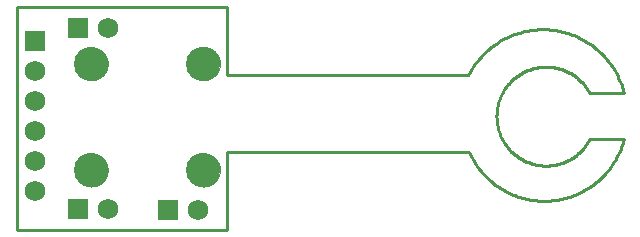
<source format=gbs>
G75*
%MOIN*%
%OFA0B0*%
%FSLAX25Y25*%
%IPPOS*%
%LPD*%
%AMOC8*
5,1,8,0,0,1.08239X$1,22.5*
%
%ADD10C,0.01000*%
%ADD11C,0.00000*%
%ADD12C,0.11424*%
%ADD13R,0.06900X0.06900*%
%ADD14C,0.06900*%
D10*
X0061453Y0072391D02*
X0061453Y0146682D01*
X0131532Y0146682D01*
X0131532Y0123847D01*
X0211847Y0123847D01*
X0211846Y0123847D02*
X0212158Y0124451D01*
X0212484Y0125047D01*
X0212825Y0125635D01*
X0213179Y0126214D01*
X0213548Y0126785D01*
X0213931Y0127346D01*
X0214327Y0127898D01*
X0214737Y0128440D01*
X0215159Y0128972D01*
X0215595Y0129494D01*
X0216043Y0130004D01*
X0216504Y0130504D01*
X0216976Y0130992D01*
X0217460Y0131469D01*
X0217956Y0131933D01*
X0218463Y0132386D01*
X0218981Y0132826D01*
X0219509Y0133253D01*
X0220048Y0133667D01*
X0220597Y0134068D01*
X0221155Y0134455D01*
X0221722Y0134828D01*
X0222299Y0135188D01*
X0222884Y0135533D01*
X0223477Y0135865D01*
X0224078Y0136181D01*
X0224687Y0136483D01*
X0225303Y0136770D01*
X0225926Y0137041D01*
X0226555Y0137298D01*
X0227190Y0137539D01*
X0227831Y0137764D01*
X0228477Y0137974D01*
X0229128Y0138168D01*
X0229784Y0138346D01*
X0230444Y0138508D01*
X0231108Y0138653D01*
X0231775Y0138783D01*
X0232445Y0138896D01*
X0233117Y0138993D01*
X0233792Y0139073D01*
X0234468Y0139137D01*
X0235146Y0139185D01*
X0235825Y0139216D01*
X0236504Y0139230D01*
X0237183Y0139228D01*
X0237863Y0139209D01*
X0238541Y0139173D01*
X0239218Y0139121D01*
X0239894Y0139053D01*
X0240569Y0138968D01*
X0241240Y0138867D01*
X0241910Y0138749D01*
X0242576Y0138615D01*
X0243238Y0138465D01*
X0243897Y0138298D01*
X0244551Y0138116D01*
X0245201Y0137918D01*
X0245846Y0137704D01*
X0246486Y0137474D01*
X0247119Y0137229D01*
X0247747Y0136968D01*
X0248368Y0136692D01*
X0248981Y0136401D01*
X0249588Y0136095D01*
X0250187Y0135775D01*
X0250778Y0135440D01*
X0251361Y0135090D01*
X0251935Y0134727D01*
X0252500Y0134349D01*
X0253056Y0133958D01*
X0253602Y0133554D01*
X0254137Y0133136D01*
X0254663Y0132706D01*
X0255178Y0132262D01*
X0255682Y0131806D01*
X0256174Y0131339D01*
X0256655Y0130859D01*
X0257125Y0130367D01*
X0257582Y0129865D01*
X0258026Y0129351D01*
X0258458Y0128827D01*
X0258877Y0128292D01*
X0259283Y0127747D01*
X0259676Y0127192D01*
X0260055Y0126628D01*
X0260420Y0126055D01*
X0260771Y0125474D01*
X0261107Y0124883D01*
X0261429Y0124285D01*
X0261737Y0123679D01*
X0262029Y0123066D01*
X0262307Y0122446D01*
X0262569Y0121819D01*
X0262816Y0121186D01*
X0263048Y0120547D01*
X0263263Y0119903D01*
X0263463Y0119254D01*
X0263647Y0118600D01*
X0263815Y0117941D01*
X0263816Y0117942D02*
X0252398Y0117942D01*
X0252205Y0118296D01*
X0252005Y0118646D01*
X0251795Y0118990D01*
X0251577Y0119330D01*
X0251351Y0119663D01*
X0251117Y0119992D01*
X0250875Y0120314D01*
X0250625Y0120630D01*
X0250367Y0120940D01*
X0250102Y0121244D01*
X0249830Y0121541D01*
X0249550Y0121832D01*
X0249264Y0122115D01*
X0248970Y0122391D01*
X0248670Y0122661D01*
X0248363Y0122922D01*
X0248050Y0123176D01*
X0247731Y0123423D01*
X0247406Y0123661D01*
X0247075Y0123891D01*
X0246739Y0124114D01*
X0246397Y0124328D01*
X0246050Y0124533D01*
X0245698Y0124730D01*
X0245342Y0124918D01*
X0244981Y0125098D01*
X0244616Y0125268D01*
X0244246Y0125430D01*
X0243873Y0125582D01*
X0243496Y0125726D01*
X0243116Y0125860D01*
X0242733Y0125985D01*
X0242346Y0126100D01*
X0241957Y0126206D01*
X0241566Y0126302D01*
X0241172Y0126388D01*
X0240776Y0126465D01*
X0240379Y0126533D01*
X0239980Y0126590D01*
X0239579Y0126638D01*
X0239178Y0126676D01*
X0238776Y0126704D01*
X0238373Y0126722D01*
X0237970Y0126730D01*
X0237567Y0126729D01*
X0237164Y0126717D01*
X0236761Y0126696D01*
X0236359Y0126665D01*
X0235958Y0126624D01*
X0235558Y0126573D01*
X0235160Y0126513D01*
X0234763Y0126443D01*
X0234368Y0126363D01*
X0233975Y0126273D01*
X0233584Y0126174D01*
X0233196Y0126065D01*
X0232810Y0125947D01*
X0232428Y0125819D01*
X0232049Y0125682D01*
X0231673Y0125536D01*
X0231301Y0125381D01*
X0230933Y0125216D01*
X0230569Y0125043D01*
X0230209Y0124861D01*
X0229854Y0124670D01*
X0229504Y0124470D01*
X0229159Y0124262D01*
X0228819Y0124046D01*
X0228484Y0123821D01*
X0228155Y0123588D01*
X0227832Y0123347D01*
X0227514Y0123098D01*
X0227203Y0122842D01*
X0226898Y0122578D01*
X0226600Y0122307D01*
X0226309Y0122028D01*
X0226024Y0121742D01*
X0225747Y0121450D01*
X0225477Y0121151D01*
X0225214Y0120845D01*
X0224959Y0120533D01*
X0224711Y0120215D01*
X0224471Y0119891D01*
X0224240Y0119561D01*
X0224016Y0119225D01*
X0223801Y0118884D01*
X0223594Y0118538D01*
X0223396Y0118187D01*
X0223206Y0117831D01*
X0223026Y0117471D01*
X0222854Y0117106D01*
X0222691Y0116738D01*
X0222537Y0116365D01*
X0222392Y0115989D01*
X0222256Y0115609D01*
X0222130Y0115226D01*
X0222013Y0114840D01*
X0221906Y0114452D01*
X0221808Y0114061D01*
X0221720Y0113667D01*
X0221642Y0113272D01*
X0221573Y0112874D01*
X0221514Y0112476D01*
X0221465Y0112076D01*
X0221425Y0111674D01*
X0221396Y0111272D01*
X0221376Y0110870D01*
X0221366Y0110467D01*
X0221366Y0110063D01*
X0221376Y0109660D01*
X0221396Y0109258D01*
X0221425Y0108856D01*
X0221465Y0108454D01*
X0221514Y0108054D01*
X0221573Y0107656D01*
X0221642Y0107258D01*
X0221720Y0106863D01*
X0221808Y0106469D01*
X0221906Y0106078D01*
X0222013Y0105690D01*
X0222130Y0105304D01*
X0222256Y0104921D01*
X0222392Y0104541D01*
X0222537Y0104165D01*
X0222691Y0103792D01*
X0222854Y0103424D01*
X0223026Y0103059D01*
X0223206Y0102699D01*
X0223396Y0102343D01*
X0223594Y0101992D01*
X0223801Y0101646D01*
X0224016Y0101305D01*
X0224240Y0100969D01*
X0224471Y0100639D01*
X0224711Y0100315D01*
X0224959Y0099997D01*
X0225214Y0099685D01*
X0225477Y0099379D01*
X0225747Y0099080D01*
X0226024Y0098788D01*
X0226309Y0098502D01*
X0226600Y0098223D01*
X0226898Y0097952D01*
X0227203Y0097688D01*
X0227514Y0097432D01*
X0227832Y0097183D01*
X0228155Y0096942D01*
X0228484Y0096709D01*
X0228819Y0096484D01*
X0229159Y0096268D01*
X0229504Y0096060D01*
X0229854Y0095860D01*
X0230209Y0095669D01*
X0230569Y0095487D01*
X0230933Y0095314D01*
X0231301Y0095149D01*
X0231673Y0094994D01*
X0232049Y0094848D01*
X0232428Y0094711D01*
X0232810Y0094583D01*
X0233196Y0094465D01*
X0233584Y0094356D01*
X0233975Y0094257D01*
X0234368Y0094167D01*
X0234763Y0094087D01*
X0235160Y0094017D01*
X0235558Y0093957D01*
X0235958Y0093906D01*
X0236359Y0093865D01*
X0236761Y0093834D01*
X0237164Y0093813D01*
X0237567Y0093801D01*
X0237970Y0093800D01*
X0238373Y0093808D01*
X0238776Y0093826D01*
X0239178Y0093854D01*
X0239579Y0093892D01*
X0239980Y0093940D01*
X0240379Y0093997D01*
X0240776Y0094065D01*
X0241172Y0094142D01*
X0241566Y0094228D01*
X0241957Y0094324D01*
X0242346Y0094430D01*
X0242733Y0094545D01*
X0243116Y0094670D01*
X0243496Y0094804D01*
X0243873Y0094948D01*
X0244246Y0095100D01*
X0244616Y0095262D01*
X0244981Y0095432D01*
X0245342Y0095612D01*
X0245698Y0095800D01*
X0246050Y0095997D01*
X0246397Y0096202D01*
X0246739Y0096416D01*
X0247075Y0096639D01*
X0247406Y0096869D01*
X0247731Y0097107D01*
X0248050Y0097354D01*
X0248363Y0097608D01*
X0248670Y0097869D01*
X0248970Y0098139D01*
X0249264Y0098415D01*
X0249550Y0098698D01*
X0249830Y0098989D01*
X0250102Y0099286D01*
X0250367Y0099590D01*
X0250625Y0099900D01*
X0250875Y0100216D01*
X0251117Y0100538D01*
X0251351Y0100867D01*
X0251577Y0101200D01*
X0251795Y0101540D01*
X0252005Y0101884D01*
X0252205Y0102234D01*
X0252398Y0102588D01*
X0252398Y0102548D02*
X0263737Y0102587D01*
X0263815Y0102587D02*
X0263639Y0101941D01*
X0263447Y0101299D01*
X0263239Y0100663D01*
X0263016Y0100031D01*
X0262778Y0099405D01*
X0262524Y0098786D01*
X0262256Y0098172D01*
X0261972Y0097566D01*
X0261674Y0096966D01*
X0261361Y0096374D01*
X0261034Y0095790D01*
X0260693Y0095214D01*
X0260337Y0094646D01*
X0259968Y0094087D01*
X0259586Y0093538D01*
X0259190Y0092998D01*
X0258781Y0092467D01*
X0258359Y0091947D01*
X0257925Y0091438D01*
X0257478Y0090939D01*
X0257019Y0090451D01*
X0256549Y0089974D01*
X0256067Y0089509D01*
X0255574Y0089056D01*
X0255070Y0088616D01*
X0254555Y0088187D01*
X0254030Y0087771D01*
X0253495Y0087369D01*
X0252950Y0086979D01*
X0252396Y0086603D01*
X0251833Y0086240D01*
X0251262Y0085892D01*
X0250682Y0085557D01*
X0250094Y0085237D01*
X0249498Y0084931D01*
X0248895Y0084640D01*
X0248285Y0084363D01*
X0247669Y0084102D01*
X0247046Y0083855D01*
X0246417Y0083624D01*
X0245783Y0083409D01*
X0245144Y0083208D01*
X0244501Y0083024D01*
X0243853Y0082855D01*
X0243201Y0082702D01*
X0242545Y0082566D01*
X0241886Y0082445D01*
X0241225Y0082340D01*
X0240561Y0082252D01*
X0239896Y0082179D01*
X0239228Y0082123D01*
X0238560Y0082083D01*
X0237891Y0082060D01*
X0237221Y0082053D01*
X0236551Y0082062D01*
X0235882Y0082088D01*
X0235214Y0082130D01*
X0234547Y0082188D01*
X0233881Y0082263D01*
X0233218Y0082354D01*
X0232557Y0082460D01*
X0231899Y0082583D01*
X0231244Y0082723D01*
X0230592Y0082878D01*
X0229945Y0083048D01*
X0229302Y0083235D01*
X0228663Y0083437D01*
X0228030Y0083655D01*
X0227402Y0083888D01*
X0226780Y0084137D01*
X0226165Y0084400D01*
X0225556Y0084679D01*
X0224954Y0084972D01*
X0224359Y0085280D01*
X0223772Y0085602D01*
X0223193Y0085939D01*
X0222623Y0086289D01*
X0222061Y0086654D01*
X0221508Y0087032D01*
X0220965Y0087423D01*
X0220431Y0087828D01*
X0219908Y0088245D01*
X0219394Y0088675D01*
X0218892Y0089118D01*
X0218400Y0089572D01*
X0217920Y0090039D01*
X0217451Y0090517D01*
X0216994Y0091006D01*
X0216549Y0091507D01*
X0216116Y0092018D01*
X0215696Y0092540D01*
X0215289Y0093071D01*
X0214895Y0093613D01*
X0214514Y0094163D01*
X0214147Y0094723D01*
X0213794Y0095292D01*
X0213454Y0095870D01*
X0213129Y0096455D01*
X0212818Y0097048D01*
X0212522Y0097649D01*
X0212240Y0098256D01*
X0211847Y0098257D02*
X0131532Y0098257D01*
X0131532Y0072391D01*
X0061453Y0072391D01*
D11*
X0080745Y0092351D02*
X0080747Y0092499D01*
X0080753Y0092647D01*
X0080763Y0092795D01*
X0080777Y0092942D01*
X0080795Y0093089D01*
X0080816Y0093235D01*
X0080842Y0093381D01*
X0080872Y0093526D01*
X0080905Y0093670D01*
X0080943Y0093813D01*
X0080984Y0093955D01*
X0081029Y0094096D01*
X0081077Y0094236D01*
X0081130Y0094375D01*
X0081186Y0094512D01*
X0081246Y0094647D01*
X0081309Y0094781D01*
X0081376Y0094913D01*
X0081447Y0095043D01*
X0081521Y0095171D01*
X0081598Y0095297D01*
X0081679Y0095421D01*
X0081763Y0095543D01*
X0081850Y0095662D01*
X0081941Y0095779D01*
X0082035Y0095894D01*
X0082131Y0096006D01*
X0082231Y0096116D01*
X0082333Y0096222D01*
X0082439Y0096326D01*
X0082547Y0096427D01*
X0082658Y0096525D01*
X0082771Y0096621D01*
X0082887Y0096713D01*
X0083005Y0096802D01*
X0083126Y0096887D01*
X0083249Y0096970D01*
X0083374Y0097049D01*
X0083501Y0097125D01*
X0083630Y0097197D01*
X0083761Y0097266D01*
X0083894Y0097331D01*
X0084029Y0097392D01*
X0084165Y0097450D01*
X0084302Y0097505D01*
X0084441Y0097555D01*
X0084582Y0097602D01*
X0084723Y0097645D01*
X0084866Y0097685D01*
X0085010Y0097720D01*
X0085154Y0097752D01*
X0085300Y0097779D01*
X0085446Y0097803D01*
X0085593Y0097823D01*
X0085740Y0097839D01*
X0085887Y0097851D01*
X0086035Y0097859D01*
X0086183Y0097863D01*
X0086331Y0097863D01*
X0086479Y0097859D01*
X0086627Y0097851D01*
X0086774Y0097839D01*
X0086921Y0097823D01*
X0087068Y0097803D01*
X0087214Y0097779D01*
X0087360Y0097752D01*
X0087504Y0097720D01*
X0087648Y0097685D01*
X0087791Y0097645D01*
X0087932Y0097602D01*
X0088073Y0097555D01*
X0088212Y0097505D01*
X0088349Y0097450D01*
X0088485Y0097392D01*
X0088620Y0097331D01*
X0088753Y0097266D01*
X0088884Y0097197D01*
X0089013Y0097125D01*
X0089140Y0097049D01*
X0089265Y0096970D01*
X0089388Y0096887D01*
X0089509Y0096802D01*
X0089627Y0096713D01*
X0089743Y0096621D01*
X0089856Y0096525D01*
X0089967Y0096427D01*
X0090075Y0096326D01*
X0090181Y0096222D01*
X0090283Y0096116D01*
X0090383Y0096006D01*
X0090479Y0095894D01*
X0090573Y0095779D01*
X0090664Y0095662D01*
X0090751Y0095543D01*
X0090835Y0095421D01*
X0090916Y0095297D01*
X0090993Y0095171D01*
X0091067Y0095043D01*
X0091138Y0094913D01*
X0091205Y0094781D01*
X0091268Y0094647D01*
X0091328Y0094512D01*
X0091384Y0094375D01*
X0091437Y0094236D01*
X0091485Y0094096D01*
X0091530Y0093955D01*
X0091571Y0093813D01*
X0091609Y0093670D01*
X0091642Y0093526D01*
X0091672Y0093381D01*
X0091698Y0093235D01*
X0091719Y0093089D01*
X0091737Y0092942D01*
X0091751Y0092795D01*
X0091761Y0092647D01*
X0091767Y0092499D01*
X0091769Y0092351D01*
X0091767Y0092203D01*
X0091761Y0092055D01*
X0091751Y0091907D01*
X0091737Y0091760D01*
X0091719Y0091613D01*
X0091698Y0091467D01*
X0091672Y0091321D01*
X0091642Y0091176D01*
X0091609Y0091032D01*
X0091571Y0090889D01*
X0091530Y0090747D01*
X0091485Y0090606D01*
X0091437Y0090466D01*
X0091384Y0090327D01*
X0091328Y0090190D01*
X0091268Y0090055D01*
X0091205Y0089921D01*
X0091138Y0089789D01*
X0091067Y0089659D01*
X0090993Y0089531D01*
X0090916Y0089405D01*
X0090835Y0089281D01*
X0090751Y0089159D01*
X0090664Y0089040D01*
X0090573Y0088923D01*
X0090479Y0088808D01*
X0090383Y0088696D01*
X0090283Y0088586D01*
X0090181Y0088480D01*
X0090075Y0088376D01*
X0089967Y0088275D01*
X0089856Y0088177D01*
X0089743Y0088081D01*
X0089627Y0087989D01*
X0089509Y0087900D01*
X0089388Y0087815D01*
X0089265Y0087732D01*
X0089140Y0087653D01*
X0089013Y0087577D01*
X0088884Y0087505D01*
X0088753Y0087436D01*
X0088620Y0087371D01*
X0088485Y0087310D01*
X0088349Y0087252D01*
X0088212Y0087197D01*
X0088073Y0087147D01*
X0087932Y0087100D01*
X0087791Y0087057D01*
X0087648Y0087017D01*
X0087504Y0086982D01*
X0087360Y0086950D01*
X0087214Y0086923D01*
X0087068Y0086899D01*
X0086921Y0086879D01*
X0086774Y0086863D01*
X0086627Y0086851D01*
X0086479Y0086843D01*
X0086331Y0086839D01*
X0086183Y0086839D01*
X0086035Y0086843D01*
X0085887Y0086851D01*
X0085740Y0086863D01*
X0085593Y0086879D01*
X0085446Y0086899D01*
X0085300Y0086923D01*
X0085154Y0086950D01*
X0085010Y0086982D01*
X0084866Y0087017D01*
X0084723Y0087057D01*
X0084582Y0087100D01*
X0084441Y0087147D01*
X0084302Y0087197D01*
X0084165Y0087252D01*
X0084029Y0087310D01*
X0083894Y0087371D01*
X0083761Y0087436D01*
X0083630Y0087505D01*
X0083501Y0087577D01*
X0083374Y0087653D01*
X0083249Y0087732D01*
X0083126Y0087815D01*
X0083005Y0087900D01*
X0082887Y0087989D01*
X0082771Y0088081D01*
X0082658Y0088177D01*
X0082547Y0088275D01*
X0082439Y0088376D01*
X0082333Y0088480D01*
X0082231Y0088586D01*
X0082131Y0088696D01*
X0082035Y0088808D01*
X0081941Y0088923D01*
X0081850Y0089040D01*
X0081763Y0089159D01*
X0081679Y0089281D01*
X0081598Y0089405D01*
X0081521Y0089531D01*
X0081447Y0089659D01*
X0081376Y0089789D01*
X0081309Y0089921D01*
X0081246Y0090055D01*
X0081186Y0090190D01*
X0081130Y0090327D01*
X0081077Y0090466D01*
X0081029Y0090606D01*
X0080984Y0090747D01*
X0080943Y0090889D01*
X0080905Y0091032D01*
X0080872Y0091176D01*
X0080842Y0091321D01*
X0080816Y0091467D01*
X0080795Y0091613D01*
X0080777Y0091760D01*
X0080763Y0091907D01*
X0080753Y0092055D01*
X0080747Y0092203D01*
X0080745Y0092351D01*
X0118146Y0092351D02*
X0118148Y0092499D01*
X0118154Y0092647D01*
X0118164Y0092795D01*
X0118178Y0092942D01*
X0118196Y0093089D01*
X0118217Y0093235D01*
X0118243Y0093381D01*
X0118273Y0093526D01*
X0118306Y0093670D01*
X0118344Y0093813D01*
X0118385Y0093955D01*
X0118430Y0094096D01*
X0118478Y0094236D01*
X0118531Y0094375D01*
X0118587Y0094512D01*
X0118647Y0094647D01*
X0118710Y0094781D01*
X0118777Y0094913D01*
X0118848Y0095043D01*
X0118922Y0095171D01*
X0118999Y0095297D01*
X0119080Y0095421D01*
X0119164Y0095543D01*
X0119251Y0095662D01*
X0119342Y0095779D01*
X0119436Y0095894D01*
X0119532Y0096006D01*
X0119632Y0096116D01*
X0119734Y0096222D01*
X0119840Y0096326D01*
X0119948Y0096427D01*
X0120059Y0096525D01*
X0120172Y0096621D01*
X0120288Y0096713D01*
X0120406Y0096802D01*
X0120527Y0096887D01*
X0120650Y0096970D01*
X0120775Y0097049D01*
X0120902Y0097125D01*
X0121031Y0097197D01*
X0121162Y0097266D01*
X0121295Y0097331D01*
X0121430Y0097392D01*
X0121566Y0097450D01*
X0121703Y0097505D01*
X0121842Y0097555D01*
X0121983Y0097602D01*
X0122124Y0097645D01*
X0122267Y0097685D01*
X0122411Y0097720D01*
X0122555Y0097752D01*
X0122701Y0097779D01*
X0122847Y0097803D01*
X0122994Y0097823D01*
X0123141Y0097839D01*
X0123288Y0097851D01*
X0123436Y0097859D01*
X0123584Y0097863D01*
X0123732Y0097863D01*
X0123880Y0097859D01*
X0124028Y0097851D01*
X0124175Y0097839D01*
X0124322Y0097823D01*
X0124469Y0097803D01*
X0124615Y0097779D01*
X0124761Y0097752D01*
X0124905Y0097720D01*
X0125049Y0097685D01*
X0125192Y0097645D01*
X0125333Y0097602D01*
X0125474Y0097555D01*
X0125613Y0097505D01*
X0125750Y0097450D01*
X0125886Y0097392D01*
X0126021Y0097331D01*
X0126154Y0097266D01*
X0126285Y0097197D01*
X0126414Y0097125D01*
X0126541Y0097049D01*
X0126666Y0096970D01*
X0126789Y0096887D01*
X0126910Y0096802D01*
X0127028Y0096713D01*
X0127144Y0096621D01*
X0127257Y0096525D01*
X0127368Y0096427D01*
X0127476Y0096326D01*
X0127582Y0096222D01*
X0127684Y0096116D01*
X0127784Y0096006D01*
X0127880Y0095894D01*
X0127974Y0095779D01*
X0128065Y0095662D01*
X0128152Y0095543D01*
X0128236Y0095421D01*
X0128317Y0095297D01*
X0128394Y0095171D01*
X0128468Y0095043D01*
X0128539Y0094913D01*
X0128606Y0094781D01*
X0128669Y0094647D01*
X0128729Y0094512D01*
X0128785Y0094375D01*
X0128838Y0094236D01*
X0128886Y0094096D01*
X0128931Y0093955D01*
X0128972Y0093813D01*
X0129010Y0093670D01*
X0129043Y0093526D01*
X0129073Y0093381D01*
X0129099Y0093235D01*
X0129120Y0093089D01*
X0129138Y0092942D01*
X0129152Y0092795D01*
X0129162Y0092647D01*
X0129168Y0092499D01*
X0129170Y0092351D01*
X0129168Y0092203D01*
X0129162Y0092055D01*
X0129152Y0091907D01*
X0129138Y0091760D01*
X0129120Y0091613D01*
X0129099Y0091467D01*
X0129073Y0091321D01*
X0129043Y0091176D01*
X0129010Y0091032D01*
X0128972Y0090889D01*
X0128931Y0090747D01*
X0128886Y0090606D01*
X0128838Y0090466D01*
X0128785Y0090327D01*
X0128729Y0090190D01*
X0128669Y0090055D01*
X0128606Y0089921D01*
X0128539Y0089789D01*
X0128468Y0089659D01*
X0128394Y0089531D01*
X0128317Y0089405D01*
X0128236Y0089281D01*
X0128152Y0089159D01*
X0128065Y0089040D01*
X0127974Y0088923D01*
X0127880Y0088808D01*
X0127784Y0088696D01*
X0127684Y0088586D01*
X0127582Y0088480D01*
X0127476Y0088376D01*
X0127368Y0088275D01*
X0127257Y0088177D01*
X0127144Y0088081D01*
X0127028Y0087989D01*
X0126910Y0087900D01*
X0126789Y0087815D01*
X0126666Y0087732D01*
X0126541Y0087653D01*
X0126414Y0087577D01*
X0126285Y0087505D01*
X0126154Y0087436D01*
X0126021Y0087371D01*
X0125886Y0087310D01*
X0125750Y0087252D01*
X0125613Y0087197D01*
X0125474Y0087147D01*
X0125333Y0087100D01*
X0125192Y0087057D01*
X0125049Y0087017D01*
X0124905Y0086982D01*
X0124761Y0086950D01*
X0124615Y0086923D01*
X0124469Y0086899D01*
X0124322Y0086879D01*
X0124175Y0086863D01*
X0124028Y0086851D01*
X0123880Y0086843D01*
X0123732Y0086839D01*
X0123584Y0086839D01*
X0123436Y0086843D01*
X0123288Y0086851D01*
X0123141Y0086863D01*
X0122994Y0086879D01*
X0122847Y0086899D01*
X0122701Y0086923D01*
X0122555Y0086950D01*
X0122411Y0086982D01*
X0122267Y0087017D01*
X0122124Y0087057D01*
X0121983Y0087100D01*
X0121842Y0087147D01*
X0121703Y0087197D01*
X0121566Y0087252D01*
X0121430Y0087310D01*
X0121295Y0087371D01*
X0121162Y0087436D01*
X0121031Y0087505D01*
X0120902Y0087577D01*
X0120775Y0087653D01*
X0120650Y0087732D01*
X0120527Y0087815D01*
X0120406Y0087900D01*
X0120288Y0087989D01*
X0120172Y0088081D01*
X0120059Y0088177D01*
X0119948Y0088275D01*
X0119840Y0088376D01*
X0119734Y0088480D01*
X0119632Y0088586D01*
X0119532Y0088696D01*
X0119436Y0088808D01*
X0119342Y0088923D01*
X0119251Y0089040D01*
X0119164Y0089159D01*
X0119080Y0089281D01*
X0118999Y0089405D01*
X0118922Y0089531D01*
X0118848Y0089659D01*
X0118777Y0089789D01*
X0118710Y0089921D01*
X0118647Y0090055D01*
X0118587Y0090190D01*
X0118531Y0090327D01*
X0118478Y0090466D01*
X0118430Y0090606D01*
X0118385Y0090747D01*
X0118344Y0090889D01*
X0118306Y0091032D01*
X0118273Y0091176D01*
X0118243Y0091321D01*
X0118217Y0091467D01*
X0118196Y0091613D01*
X0118178Y0091760D01*
X0118164Y0091907D01*
X0118154Y0092055D01*
X0118148Y0092203D01*
X0118146Y0092351D01*
X0118146Y0127784D02*
X0118148Y0127932D01*
X0118154Y0128080D01*
X0118164Y0128228D01*
X0118178Y0128375D01*
X0118196Y0128522D01*
X0118217Y0128668D01*
X0118243Y0128814D01*
X0118273Y0128959D01*
X0118306Y0129103D01*
X0118344Y0129246D01*
X0118385Y0129388D01*
X0118430Y0129529D01*
X0118478Y0129669D01*
X0118531Y0129808D01*
X0118587Y0129945D01*
X0118647Y0130080D01*
X0118710Y0130214D01*
X0118777Y0130346D01*
X0118848Y0130476D01*
X0118922Y0130604D01*
X0118999Y0130730D01*
X0119080Y0130854D01*
X0119164Y0130976D01*
X0119251Y0131095D01*
X0119342Y0131212D01*
X0119436Y0131327D01*
X0119532Y0131439D01*
X0119632Y0131549D01*
X0119734Y0131655D01*
X0119840Y0131759D01*
X0119948Y0131860D01*
X0120059Y0131958D01*
X0120172Y0132054D01*
X0120288Y0132146D01*
X0120406Y0132235D01*
X0120527Y0132320D01*
X0120650Y0132403D01*
X0120775Y0132482D01*
X0120902Y0132558D01*
X0121031Y0132630D01*
X0121162Y0132699D01*
X0121295Y0132764D01*
X0121430Y0132825D01*
X0121566Y0132883D01*
X0121703Y0132938D01*
X0121842Y0132988D01*
X0121983Y0133035D01*
X0122124Y0133078D01*
X0122267Y0133118D01*
X0122411Y0133153D01*
X0122555Y0133185D01*
X0122701Y0133212D01*
X0122847Y0133236D01*
X0122994Y0133256D01*
X0123141Y0133272D01*
X0123288Y0133284D01*
X0123436Y0133292D01*
X0123584Y0133296D01*
X0123732Y0133296D01*
X0123880Y0133292D01*
X0124028Y0133284D01*
X0124175Y0133272D01*
X0124322Y0133256D01*
X0124469Y0133236D01*
X0124615Y0133212D01*
X0124761Y0133185D01*
X0124905Y0133153D01*
X0125049Y0133118D01*
X0125192Y0133078D01*
X0125333Y0133035D01*
X0125474Y0132988D01*
X0125613Y0132938D01*
X0125750Y0132883D01*
X0125886Y0132825D01*
X0126021Y0132764D01*
X0126154Y0132699D01*
X0126285Y0132630D01*
X0126414Y0132558D01*
X0126541Y0132482D01*
X0126666Y0132403D01*
X0126789Y0132320D01*
X0126910Y0132235D01*
X0127028Y0132146D01*
X0127144Y0132054D01*
X0127257Y0131958D01*
X0127368Y0131860D01*
X0127476Y0131759D01*
X0127582Y0131655D01*
X0127684Y0131549D01*
X0127784Y0131439D01*
X0127880Y0131327D01*
X0127974Y0131212D01*
X0128065Y0131095D01*
X0128152Y0130976D01*
X0128236Y0130854D01*
X0128317Y0130730D01*
X0128394Y0130604D01*
X0128468Y0130476D01*
X0128539Y0130346D01*
X0128606Y0130214D01*
X0128669Y0130080D01*
X0128729Y0129945D01*
X0128785Y0129808D01*
X0128838Y0129669D01*
X0128886Y0129529D01*
X0128931Y0129388D01*
X0128972Y0129246D01*
X0129010Y0129103D01*
X0129043Y0128959D01*
X0129073Y0128814D01*
X0129099Y0128668D01*
X0129120Y0128522D01*
X0129138Y0128375D01*
X0129152Y0128228D01*
X0129162Y0128080D01*
X0129168Y0127932D01*
X0129170Y0127784D01*
X0129168Y0127636D01*
X0129162Y0127488D01*
X0129152Y0127340D01*
X0129138Y0127193D01*
X0129120Y0127046D01*
X0129099Y0126900D01*
X0129073Y0126754D01*
X0129043Y0126609D01*
X0129010Y0126465D01*
X0128972Y0126322D01*
X0128931Y0126180D01*
X0128886Y0126039D01*
X0128838Y0125899D01*
X0128785Y0125760D01*
X0128729Y0125623D01*
X0128669Y0125488D01*
X0128606Y0125354D01*
X0128539Y0125222D01*
X0128468Y0125092D01*
X0128394Y0124964D01*
X0128317Y0124838D01*
X0128236Y0124714D01*
X0128152Y0124592D01*
X0128065Y0124473D01*
X0127974Y0124356D01*
X0127880Y0124241D01*
X0127784Y0124129D01*
X0127684Y0124019D01*
X0127582Y0123913D01*
X0127476Y0123809D01*
X0127368Y0123708D01*
X0127257Y0123610D01*
X0127144Y0123514D01*
X0127028Y0123422D01*
X0126910Y0123333D01*
X0126789Y0123248D01*
X0126666Y0123165D01*
X0126541Y0123086D01*
X0126414Y0123010D01*
X0126285Y0122938D01*
X0126154Y0122869D01*
X0126021Y0122804D01*
X0125886Y0122743D01*
X0125750Y0122685D01*
X0125613Y0122630D01*
X0125474Y0122580D01*
X0125333Y0122533D01*
X0125192Y0122490D01*
X0125049Y0122450D01*
X0124905Y0122415D01*
X0124761Y0122383D01*
X0124615Y0122356D01*
X0124469Y0122332D01*
X0124322Y0122312D01*
X0124175Y0122296D01*
X0124028Y0122284D01*
X0123880Y0122276D01*
X0123732Y0122272D01*
X0123584Y0122272D01*
X0123436Y0122276D01*
X0123288Y0122284D01*
X0123141Y0122296D01*
X0122994Y0122312D01*
X0122847Y0122332D01*
X0122701Y0122356D01*
X0122555Y0122383D01*
X0122411Y0122415D01*
X0122267Y0122450D01*
X0122124Y0122490D01*
X0121983Y0122533D01*
X0121842Y0122580D01*
X0121703Y0122630D01*
X0121566Y0122685D01*
X0121430Y0122743D01*
X0121295Y0122804D01*
X0121162Y0122869D01*
X0121031Y0122938D01*
X0120902Y0123010D01*
X0120775Y0123086D01*
X0120650Y0123165D01*
X0120527Y0123248D01*
X0120406Y0123333D01*
X0120288Y0123422D01*
X0120172Y0123514D01*
X0120059Y0123610D01*
X0119948Y0123708D01*
X0119840Y0123809D01*
X0119734Y0123913D01*
X0119632Y0124019D01*
X0119532Y0124129D01*
X0119436Y0124241D01*
X0119342Y0124356D01*
X0119251Y0124473D01*
X0119164Y0124592D01*
X0119080Y0124714D01*
X0118999Y0124838D01*
X0118922Y0124964D01*
X0118848Y0125092D01*
X0118777Y0125222D01*
X0118710Y0125354D01*
X0118647Y0125488D01*
X0118587Y0125623D01*
X0118531Y0125760D01*
X0118478Y0125899D01*
X0118430Y0126039D01*
X0118385Y0126180D01*
X0118344Y0126322D01*
X0118306Y0126465D01*
X0118273Y0126609D01*
X0118243Y0126754D01*
X0118217Y0126900D01*
X0118196Y0127046D01*
X0118178Y0127193D01*
X0118164Y0127340D01*
X0118154Y0127488D01*
X0118148Y0127636D01*
X0118146Y0127784D01*
X0080745Y0127784D02*
X0080747Y0127932D01*
X0080753Y0128080D01*
X0080763Y0128228D01*
X0080777Y0128375D01*
X0080795Y0128522D01*
X0080816Y0128668D01*
X0080842Y0128814D01*
X0080872Y0128959D01*
X0080905Y0129103D01*
X0080943Y0129246D01*
X0080984Y0129388D01*
X0081029Y0129529D01*
X0081077Y0129669D01*
X0081130Y0129808D01*
X0081186Y0129945D01*
X0081246Y0130080D01*
X0081309Y0130214D01*
X0081376Y0130346D01*
X0081447Y0130476D01*
X0081521Y0130604D01*
X0081598Y0130730D01*
X0081679Y0130854D01*
X0081763Y0130976D01*
X0081850Y0131095D01*
X0081941Y0131212D01*
X0082035Y0131327D01*
X0082131Y0131439D01*
X0082231Y0131549D01*
X0082333Y0131655D01*
X0082439Y0131759D01*
X0082547Y0131860D01*
X0082658Y0131958D01*
X0082771Y0132054D01*
X0082887Y0132146D01*
X0083005Y0132235D01*
X0083126Y0132320D01*
X0083249Y0132403D01*
X0083374Y0132482D01*
X0083501Y0132558D01*
X0083630Y0132630D01*
X0083761Y0132699D01*
X0083894Y0132764D01*
X0084029Y0132825D01*
X0084165Y0132883D01*
X0084302Y0132938D01*
X0084441Y0132988D01*
X0084582Y0133035D01*
X0084723Y0133078D01*
X0084866Y0133118D01*
X0085010Y0133153D01*
X0085154Y0133185D01*
X0085300Y0133212D01*
X0085446Y0133236D01*
X0085593Y0133256D01*
X0085740Y0133272D01*
X0085887Y0133284D01*
X0086035Y0133292D01*
X0086183Y0133296D01*
X0086331Y0133296D01*
X0086479Y0133292D01*
X0086627Y0133284D01*
X0086774Y0133272D01*
X0086921Y0133256D01*
X0087068Y0133236D01*
X0087214Y0133212D01*
X0087360Y0133185D01*
X0087504Y0133153D01*
X0087648Y0133118D01*
X0087791Y0133078D01*
X0087932Y0133035D01*
X0088073Y0132988D01*
X0088212Y0132938D01*
X0088349Y0132883D01*
X0088485Y0132825D01*
X0088620Y0132764D01*
X0088753Y0132699D01*
X0088884Y0132630D01*
X0089013Y0132558D01*
X0089140Y0132482D01*
X0089265Y0132403D01*
X0089388Y0132320D01*
X0089509Y0132235D01*
X0089627Y0132146D01*
X0089743Y0132054D01*
X0089856Y0131958D01*
X0089967Y0131860D01*
X0090075Y0131759D01*
X0090181Y0131655D01*
X0090283Y0131549D01*
X0090383Y0131439D01*
X0090479Y0131327D01*
X0090573Y0131212D01*
X0090664Y0131095D01*
X0090751Y0130976D01*
X0090835Y0130854D01*
X0090916Y0130730D01*
X0090993Y0130604D01*
X0091067Y0130476D01*
X0091138Y0130346D01*
X0091205Y0130214D01*
X0091268Y0130080D01*
X0091328Y0129945D01*
X0091384Y0129808D01*
X0091437Y0129669D01*
X0091485Y0129529D01*
X0091530Y0129388D01*
X0091571Y0129246D01*
X0091609Y0129103D01*
X0091642Y0128959D01*
X0091672Y0128814D01*
X0091698Y0128668D01*
X0091719Y0128522D01*
X0091737Y0128375D01*
X0091751Y0128228D01*
X0091761Y0128080D01*
X0091767Y0127932D01*
X0091769Y0127784D01*
X0091767Y0127636D01*
X0091761Y0127488D01*
X0091751Y0127340D01*
X0091737Y0127193D01*
X0091719Y0127046D01*
X0091698Y0126900D01*
X0091672Y0126754D01*
X0091642Y0126609D01*
X0091609Y0126465D01*
X0091571Y0126322D01*
X0091530Y0126180D01*
X0091485Y0126039D01*
X0091437Y0125899D01*
X0091384Y0125760D01*
X0091328Y0125623D01*
X0091268Y0125488D01*
X0091205Y0125354D01*
X0091138Y0125222D01*
X0091067Y0125092D01*
X0090993Y0124964D01*
X0090916Y0124838D01*
X0090835Y0124714D01*
X0090751Y0124592D01*
X0090664Y0124473D01*
X0090573Y0124356D01*
X0090479Y0124241D01*
X0090383Y0124129D01*
X0090283Y0124019D01*
X0090181Y0123913D01*
X0090075Y0123809D01*
X0089967Y0123708D01*
X0089856Y0123610D01*
X0089743Y0123514D01*
X0089627Y0123422D01*
X0089509Y0123333D01*
X0089388Y0123248D01*
X0089265Y0123165D01*
X0089140Y0123086D01*
X0089013Y0123010D01*
X0088884Y0122938D01*
X0088753Y0122869D01*
X0088620Y0122804D01*
X0088485Y0122743D01*
X0088349Y0122685D01*
X0088212Y0122630D01*
X0088073Y0122580D01*
X0087932Y0122533D01*
X0087791Y0122490D01*
X0087648Y0122450D01*
X0087504Y0122415D01*
X0087360Y0122383D01*
X0087214Y0122356D01*
X0087068Y0122332D01*
X0086921Y0122312D01*
X0086774Y0122296D01*
X0086627Y0122284D01*
X0086479Y0122276D01*
X0086331Y0122272D01*
X0086183Y0122272D01*
X0086035Y0122276D01*
X0085887Y0122284D01*
X0085740Y0122296D01*
X0085593Y0122312D01*
X0085446Y0122332D01*
X0085300Y0122356D01*
X0085154Y0122383D01*
X0085010Y0122415D01*
X0084866Y0122450D01*
X0084723Y0122490D01*
X0084582Y0122533D01*
X0084441Y0122580D01*
X0084302Y0122630D01*
X0084165Y0122685D01*
X0084029Y0122743D01*
X0083894Y0122804D01*
X0083761Y0122869D01*
X0083630Y0122938D01*
X0083501Y0123010D01*
X0083374Y0123086D01*
X0083249Y0123165D01*
X0083126Y0123248D01*
X0083005Y0123333D01*
X0082887Y0123422D01*
X0082771Y0123514D01*
X0082658Y0123610D01*
X0082547Y0123708D01*
X0082439Y0123809D01*
X0082333Y0123913D01*
X0082231Y0124019D01*
X0082131Y0124129D01*
X0082035Y0124241D01*
X0081941Y0124356D01*
X0081850Y0124473D01*
X0081763Y0124592D01*
X0081679Y0124714D01*
X0081598Y0124838D01*
X0081521Y0124964D01*
X0081447Y0125092D01*
X0081376Y0125222D01*
X0081309Y0125354D01*
X0081246Y0125488D01*
X0081186Y0125623D01*
X0081130Y0125760D01*
X0081077Y0125899D01*
X0081029Y0126039D01*
X0080984Y0126180D01*
X0080943Y0126322D01*
X0080905Y0126465D01*
X0080872Y0126609D01*
X0080842Y0126754D01*
X0080816Y0126900D01*
X0080795Y0127046D01*
X0080777Y0127193D01*
X0080763Y0127340D01*
X0080753Y0127488D01*
X0080747Y0127636D01*
X0080745Y0127784D01*
D12*
X0086257Y0127784D03*
X0123658Y0127784D03*
X0123658Y0092351D03*
X0086257Y0092351D03*
D13*
X0081965Y0079359D03*
X0111808Y0079162D03*
X0067477Y0135225D03*
X0082005Y0139713D03*
D14*
X0092005Y0139713D03*
X0067477Y0125225D03*
X0067477Y0115225D03*
X0067477Y0105225D03*
X0067477Y0095225D03*
X0067477Y0085225D03*
X0091965Y0079359D03*
X0121808Y0079162D03*
M02*

</source>
